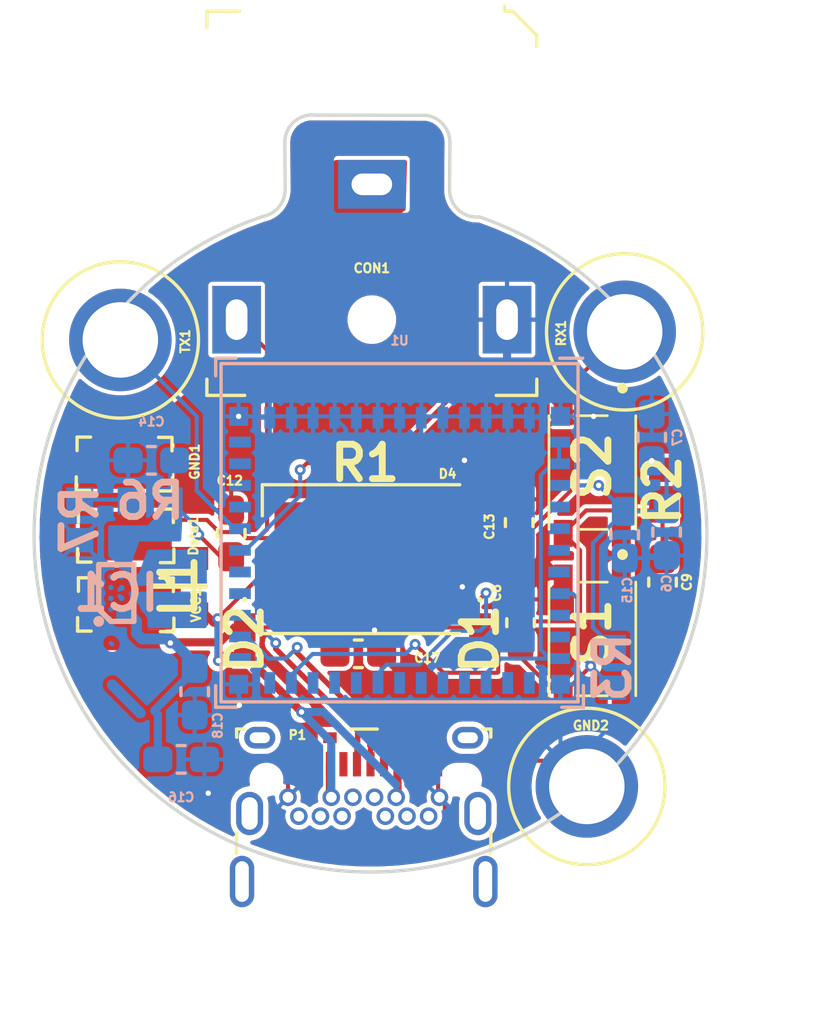
<source format=kicad_pcb>
(kicad_pcb (version 20221018) (generator pcbnew)
  (layers (0 "F.Cu" signal) (1 "In1.Cu" signal) (2 "In2.Cu" signal) (31 "B.Cu" signal) (34 "B.Paste" user) (35 "F.Paste" user) (36 "B.SilkS" user "B.Silkscreen") (37 "F.SilkS" user "F.Silkscreen") (38 "B.Mask" user) (39 "F.Mask" user) (44 "Edge.Cuts" user))
  (net 0 "")
  (net 1 "GND")
  (net 2 "EN")
  (net 3 "D9")
  (net 4 "VIN")
  (net 5 "D5")
  (net 6 "TX_D6")
  (net 7 "/ESP32C3_MCU/ESP_DP")
  (net 8 "/ESP32C3_MCU/ESP_DN")
  (net 9 "D8")
  (net 10 "D4")
  (net 11 "D3")
  (net 12 "D2")
  (net 13 "RX_D7")
  (net 14 "SW")
  (net 15 "L1")
  (net 16 "Net-(IC1-LX2)")
  (net 17 "Net-(IC1-FB)")
  (net 34 "5V")
  (net 37 "/Buck_Boost/V_Bat")
  (net 38 "D5_out")
  (net 39 "Net-(U1-GPIO20{slash}U0RXD)")
  (net 59 "Net-(U1-GND-Pad1)")
  (footprint "Capacitor_SMD:C_0603_1608Metric_Pad1.08x0.95mm_HandSolder" (layer "F.Cu") (at 121.85 55.7 90)
    (fp_text reference "C12" (at 1.95 -0.05 180) (layer "F.SilkS") (effects (font (size 0.33 0.33) (thickness 0.125))))
    (fp_text value "1uF")
    (pad "1" smd roundrect (at -0.8625 0 90) (size 1.075 0.95) (layers "F.Cu" "F.Paste" "F.Mask") (net 14 "SW"))
    (pad "2" smd roundrect (at 0.8625 0 90) (size 1.075 0.95) (layers "F.Cu" "F.Paste" "F.Mask") (net 1 "GND"))
  )
  (footprint "SamacSys_Parts:DFE2HCAH1R0MJ0L" (layer "F.Cu") (at 119.9 57.65 -90)
    (fp_text reference "L1" (at 0 0 90) (layer "F.SilkS") (effects (font (size 1.27 1.27) (thickness 0.254))))
    (fp_text value "DFE252012PD-1R0M=P2" hide)
    (pad "1" smd rect (at -1.025 0 270) (size 0.85 2.2) (layers "F.Cu" "F.Paste" "F.Mask") (net 15 "L1"))
    (pad "2" smd rect (at 1.025 0 270) (size 0.85 2.2) (layers "F.Cu" "F.Paste" "F.Mask") (net 16 "Net-(IC1-LX2)"))
  )
  (footprint "SamacSys_Parts:PTS815SJM250SMTRLFS" (layer "F.Cu") (at 135.2 53.45 -90)
    (fp_text reference "S2" (at -0.235 -0.005 -90) (layer "F.SilkS") (effects (font (size 1.27 1.27) (thickness 0.254))))
    (fp_text value "PTS815_SJM_250_SMTR_LFS" hide)
    (pad "1" smd rect (at -2.25 -1.075) (size 0.7 1) (layers "F.Cu" "F.Paste" "F.Mask"))
    (pad "2" smd rect (at 2.25 -1.075) (size 0.7 1) (layers "F.Cu" "F.Paste" "F.Mask"))
    (pad "3" smd rect (at -2.25 1.075) (size 0.7 1) (layers "F.Cu" "F.Paste" "F.Mask") (net 1 "GND"))
    (pad "4" smd rect (at 2.25 1.075) (size 0.7 1) (layers "F.Cu" "F.Paste" "F.Mask") (net 3 "D9"))
  )
  (footprint "digikey-footprints:Test-Point-Pin_Drill2.79mm" (layer "F.Cu") (at 136.4 48.25)
    (fp_text reference "RX1" (at -2.35 0.05 90) (layer "F.SilkS") (effects (font (size 0.33 0.33) (thickness 0.125))))
    (fp_text value "1508-0-57-15-00-00-03-0")
    (pad "1" thru_hole circle (at 0 0) (size 3.79 3.79) (drill 2.79) (layers "*.Cu" "*.Mask") (net 13 "RX_D7"))
  )
  (footprint "Capacitor_SMD:C_0603_1608Metric_Pad1.08x0.95mm_HandSolder" (layer "F.Cu") (at 132.5 55.3 90)
    (fp_text reference "C13" (at -0.15 -1.1 90) (layer "F.SilkS") (effects (font (size 0.33 0.33) (thickness 0.125))))
    (fp_text value "100nf")
    (pad "1" smd roundrect (at -0.8625 0 90) (size 1.075 0.95) (layers "F.Cu" "F.Paste" "F.Mask") (net 14 "SW"))
    (pad "2" smd roundrect (at 0.8625 0 90) (size 1.075 0.95) (layers "F.Cu" "F.Paste" "F.Mask") (net 1 "GND"))
  )
  (footprint "Capacitor_SMD:C_0603_1608Metric_Pad1.08x0.95mm_HandSolder" (layer "F.Cu") (at 137.8 57.5 90)
    (fp_text reference "C9" (at 0 0.9 270) (layer "F.SilkS") (effects (font (size 0.33 0.33) (thickness 0.125))))
    (fp_text value "100nf")
    (pad "1" smd roundrect (at -0.8625 0 90) (size 1.075 0.95) (layers "F.Cu" "F.Paste" "F.Mask") (net 1 "GND"))
    (pad "2" smd roundrect (at 0.8625 0 90) (size 1.075 0.95) (layers "F.Cu" "F.Paste" "F.Mask") (net 3 "D9"))
  )
  (footprint "SamacSys_Parts:PTS815SJM250SMTRLFS" (layer "F.Cu") (at 135.2 59.6 -90)
    (fp_text reference "S1" (at -0.235 -0.005 -90) (layer "F.SilkS") (effects (font (size 1.27 1.27) (thickness 0.254))))
    (fp_text value "PTS815_SJM_250_SMTR_LFS" hide)
    (pad "1" smd rect (at -2.25 -1.075) (size 0.7 1) (layers "F.Cu" "F.Paste" "F.Mask"))
    (pad "2" smd rect (at 2.25 -1.075) (size 0.7 1) (layers "F.Cu" "F.Paste" "F.Mask"))
    (pad "3" smd rect (at -2.25 1.075) (size 0.7 1) (layers "F.Cu" "F.Paste" "F.Mask") (net 1 "GND"))
    (pad "4" smd rect (at 2.25 1.075) (size 0.7 1) (layers "F.Cu" "F.Paste" "F.Mask") (net 2 "EN"))
  )
  (footprint "SamacSys_Parts:PMEG2020EPK315" (layer "F.Cu") (at 122.35 59.6 -90)
    (fp_text reference "D2" (at 0 0 -90) (layer "F.SilkS") (effects (font (size 1.27 1.27) (thickness 0.254))))
    (fp_text value "PMEG2020EPK,315" hide)
    (pad "1" smd rect (at -0.425 0) (size 0.8 1.05) (layers "F.Cu" "F.Paste" "F.Mask") (net 4 "VIN"))
    (pad "2" smd rect (at 0.625 0 270) (size 0.65 0.8) (layers "F.Cu" "F.Paste" "F.Mask") (net 34 "5V"))
  )
  (footprint "digikey-footprints:Headphone_Jack_3.5mm_SJ1-3523N" (layer "F.Cu") (at 127.05 47.8 -90)
    (fp_text reference "CON1" (at -1.9 0 -180) (layer "F.SilkS") (effects (font (size 0.33 0.33) (thickness 0.125))))
    (fp_text value "SJ1-3523N")
    (pad "" np_thru_hole circle (at -7.5 -5 270) (size 1.2 1.2) (drill 1.2) (layers "*.Cu" "*.Mask"))
    (pad "" np_thru_hole circle (at -7.5 5 270) (size 1.2 1.2) (drill 1.2) (layers "*.Cu" "*.Mask"))
    (pad "" np_thru_hole circle (at -5 -5 270) (size 1.2 1.2) (drill 1.2) (layers "*.Cu" "*.Mask"))
    (pad "" np_thru_hole circle (at -5 5 270) (size 1.2 1.2) (drill 1.2) (layers "*.Cu" "*.Mask"))
    (pad "" np_thru_hole circle (at 0 0 270) (size 1.2 1.2) (drill 1.2) (layers "*.Cu" "*.Mask"))
    (pad "1" thru_hole rect (at -5 0 270) (size 1.8 2.5) (drill oval 0.8 1.5) (layers "*.Cu" "*.Mask") (net 34 "5V"))
    (pad "2" thru_hole rect (at 0 5 270) (size 2.5 1.8) (drill oval 1.5 0.8) (layers "*.Cu" "*.Mask") (net 38 "D5_out"))
    (pad "3" thru_hole rect (at 0 -5 270) (size 2.5 1.8) (drill oval 1.5 0.8) (layers "*.Cu" "*.Mask") (net 1 "GND"))
  )
  (footprint "digikey-footprints:PROBE_PAD_1206" (layer "F.Cu") (at 117.9 53.15)
    (fp_text reference "GND1" (at 2.6 -0.1 90) (layer "F.SilkS") (effects (font (size 0.33 0.33) (thickness 0.125))))
    (fp_text value "RCW-0C")
    (pad "1" smd rect (at 0 0) (size 3.4 1.8) (layers "F.Cu" "F.Paste" "F.Mask") (net 1 "GND"))
  )
  (footprint "digikey-footprints:USB-C_Female_E8124-015-01" (layer "F.Cu") (at 126.75 64.23)
    (fp_text reference "P1" (at -2.45 -1.08) (layer "F.SilkS") (effects (font (size 0.33 0.33) (thickness 0.125))))
    (fp_text value "USB_C_Plug")
    (pad "" np_thru_hole circle (at -3.6 0.57) (size 0.65 0.65) (drill 0.65) (layers "*.Cu" "*.Mask"))
    (pad "" smd rect (at -1.25 -0.98) (size 0.5 0.4) (layers "F.Cu" "F.Paste" "F.Mask"))
    (pad "" smd rect (at 1.25 -0.98) (size 0.5 0.4) (layers "F.Cu" "F.Paste" "F.Mask"))
    (pad "" np_thru_hole oval (at 3.6 0.57) (size 0.95 0.65) (drill oval 0.95 0.65) (layers "*.Cu" "*.Mask"))
    (pad "A1" smd rect (at -2.75 0) (size 0.3 0.9) (layers "F.Cu" "F.Paste" "F.Mask") (net 1 "GND"))
    (pad "A2" smd rect (at -2.25 0) (size 0.3 0.9) (layers "F.Cu" "F.Paste" "F.Mask"))
    (pad "A3" smd rect (at -1.75 0) (size 0.3 0.9) (layers "F.Cu" "F.Paste" "F.Mask"))
    (pad "A4" smd rect (at -1.25 0) (size 0.3 0.9) (layers "F.Cu" "F.Paste" "F.Mask") (net 34 "5V"))
    (pad "A5" smd rect (at -0.75 0) (size 0.3 0.9) (layers "F.Cu" "F.Paste" "F.Mask"))
    (pad "A6" smd rect (at -0.25 0) (size 0.3 0.9) (layers "F.Cu" "F.Paste" "F.Mask") (net 7 "/ESP32C3_MCU/ESP_DP"))
    (pad "A7" smd rect (at 0.25 0) (size 0.3 0.9) (layers "F.Cu" "F.Paste" "F.Mask") (net 8 "/ESP32C3_MCU/ESP_DN"))
    (pad "A8" smd rect (at 0.75 0) (size 0.3 0.9) (layers "F.Cu" "F.Paste" "F.Mask"))
    (pad "A9" smd rect (at 1.25 0) (size 0.3 0.9) (layers "F.Cu" "F.Paste" "F.Mask") (net 34 "5V"))
    (pad "A10" smd rect (at 1.75 0) (size 0.3 0.9) (layers "F.Cu" "F.Paste" "F.Mask"))
    (pad "A11" smd rect (at 2.25 0) (size 0.3 0.9) (layers "F.Cu" "F.Paste" "F.Mask"))
    (pad "A12" smd rect (at 2.75 0) (size 0.3 0.9) (layers "F.Cu" "F.Paste" "F.Mask") (net 1 "GND"))
    (pad "B1" thru_hole circle (at 2.8 1.22) (size 0.65 0.65) (drill 0.4) (layers "*.Cu" "*.Mask") (net 1 "GND"))
    (pad "B2" thru_hole circle (at 2.4 1.92) (size 0.65 0.65) (drill 0.4) (layers "*.Cu" "*.Mask"))
    (pad "B3" thru_hole circle (at 1.6 1.92) (size 0.65 0.65) (drill 0.4) (layers "*.Cu" "*.Mask"))
    (pad "B4" thru_hole circle (at 1.2 1.22) (size 0.65 0.65) (drill 0.4) (layers "*.Cu" "*.Mask") (net 34 "5V"))
    (pad "B5" thru_hole circle (at 0.8 1.92) (size 0.65 0.65) (drill 0.4) (layers "*.Cu" "*.Mask"))
    (pad "B6" thru_hole circle (at 0.4 1.22) (size 0.65 0.65) (drill 0.4) (layers "*.Cu" "*.Mask"))
    (pad "B7" thru_hole circle (at -0.4 1.22) (size 0.65 0.65) (drill 0.4) (layers "*.Cu" "*.Mask"))
    (pad "B8" thru_hole circle (at -0.8 1.92) (size 0.65 0.65) (drill 0.4) (layers "*.Cu" "*.Mask"))
    (pad "B9" thru_hole circle (at -1.2 1.22) (size 0.65 0.65) (drill 0.4) (layers "*.Cu" "*.Mask") (net 34 "5V"))
    (pad "B10" thru_hole circle (at -1.6 1.92) (size 0.65 0.65) (drill 0.4) (layers "*.Cu" "*.Mask"))
    (pad "B11" thru_hole circle (at -2.4 1.92) (size 0.65 0.65) (drill 0.4) (layers "*.Cu" "*.Mask"))
    (pad "B12" thru_hole circle (at -2.8 1.22) (size 0.65 0.65) (drill 0.4) (layers "*.Cu" "*.Mask") (net 1 "GND"))
    (pad "SH" thru_hole oval (at -4.5 4.335) (size 0.9 1.9) (drill oval 0.5 1.5) (layers "*.Cu" "*.Mask"))
    (pad "SH" thru_hole oval (at -4.22 1.82) (size 1 1.6) (drill oval 0.6 1.2) (layers "*.Cu" "*.Mask"))
    (pad "SH" thru_hole oval (at -3.845 -0.98) (size 1.15 0.8) (drill oval 0.75 0.4) (layers "*.Cu" "*.Mask"))
    (pad "SH" thru_hole oval (at 3.845 -0.98) (size 1.15 0.8) (drill oval 0.75 0.4) (layers "*.Cu" "*.Mask"))
    (pad "SH" thru_hole oval (at 4.22 1.82) (size 1 1.6) (drill oval 0.6 1.2) (layers "*.Cu" "*.Mask"))
    (pad "SH" thru_hole oval (at 4.5 4.335) (size 0.9 1.9) (drill oval 0.5 1.5) (layers "*.Cu" "*.Mask"))
  )
  (footprint "digikey-footprints:Test-Point-Pin_Drill2.79mm" (layer "F.Cu") (at 135 65.05)
    (fp_text reference "GND2" (at 0.15 -2.25 180) (layer "F.SilkS") (effects (font (size 0.33 0.33) (thickness 0.125))))
    (fp_text value "1508-0-57-15-00-00-03-0")
    (pad "1" thru_hole circle (at 0 0) (size 3.79 3.79) (drill 2.79) (layers "*.Cu" "*.Mask") (net 1 "GND"))
  )
  (footprint "SamacSys_Parts:RESC1608X55N" (layer "F.Cu") (at 126.8 53.1 180)
    (fp_text reference "R1" (at 0 0 180) (layer "F.SilkS") (effects (font (size 1.27 1.27) (thickness 0.254))))
    (fp_text value "1" hide)
    (pad "1" smd rect (at -0.75 0 180) (size 0.9 1) (layers "F.Cu" "F.Paste" "F.Mask") (net 13 "RX_D7"))
    (pad "2" smd rect (at 0.75 0 180) (size 0.9 1) (layers "F.Cu" "F.Paste" "F.Mask") (net 39 "Net-(U1-GPIO20{slash}U0RXD)"))
  )
  (footprint "digikey-footprints:PROBE_PAD_1206" (layer "F.Cu") (at 117.95 58.35)
    (fp_text reference "VCC1" (at 2.6 0 90) (layer "F.SilkS") (effects (font (size 0.33 0.33) (thickness 0.125))))
    (fp_text value "RCW-0C")
    (pad "1" smd rect (at 0 0) (size 3.4 1.8) (layers "F.Cu" "F.Paste" "F.Mask") (net 34 "5V"))
  )
  (footprint "SamacSys_Parts:RESC1608X55N" (layer "F.Cu") (at 137.8 54.1 90)
    (fp_text reference "R2" (at 0 0 90) (layer "F.SilkS") (effects (font (size 1.27 1.27) (thickness 0.254))))
    (fp_text value "15k" hide)
    (pad "1" smd rect (at -0.75 0 90) (size 0.9 1) (layers "F.Cu" "F.Paste" "F.Mask") (net 3 "D9"))
    (pad "2" smd rect (at 0.75 0 90) (size 0.9 1) (layers "F.Cu" "F.Paste" "F.Mask") (net 14 "SW"))
  )
  (footprint "digikey-footprints:PROBE_PAD_1206" (layer "F.Cu") (at 117.95 55.8)
    (fp_text reference "Data1" (at 2.5 0 90) (layer "F.SilkS") (effects (font (size 0.33 0.33) (thickness 0.125))))
    (fp_text value "RCW-0C")
    (pad "1" smd rect (at 0 0) (size 3.4 1.8) (layers "F.Cu" "F.Paste" "F.Mask") (net 38 "D5_out"))
  )
  (footprint "Capacitor_SMD:C_0603_1608Metric_Pad1.08x0.95mm_HandSolder" (layer "F.Cu") (at 132.55 59 -90)
    (fp_text reference "C8" (at -1.1 0.9 90) (layer "F.SilkS") (effects (font (size 0.33 0.33) (thickness 0.125))))
    (fp_text value "100nf")
    (pad "1" smd roundrect (at -0.8625 0 270) (size 1.075 0.95) (layers "F.Cu" "F.Paste" "F.Mask") (net 1 "GND"))
    (pad "2" smd roundrect (at 0.8625 0 270) (size 1.075 0.95) (layers "F.Cu" "F.Paste" "F.Mask") (net 2 "EN"))
  )
  (footprint "Capacitor_SMD:C_0603_1608Metric_Pad1.08x0.95mm_HandSolder" (layer "F.Cu") (at 126.55 60.15 180)
    (fp_text reference "C17" (at -2.55 -0.15) (layer "F.SilkS") (effects (font (size 0.33 0.33) (thickness 0.125))))
    (fp_text value "1uF")
    (pad "1" smd roundrect (at -0.8625 0 180) (size 1.075 0.95) (layers "F.Cu" "F.Paste" "F.Mask") (net 1 "GND"))
    (pad "2" smd roundrect (at 0.8625 0 180) (size 1.075 0.95) (layers "F.Cu" "F.Paste" "F.Mask") (net 4 "VIN"))
  )
  (footprint "LED_SMD:LED_WS2812_PLCC6_5.0x5.0mm_P1.6mm" (layer "F.Cu") (at 126.65 56.65)
    (fp_text reference "D4" (at 3.2 -3.15) (layer "F.SilkS") (effects (font (size 0.33 0.33) (thickness 0.125))))
    (fp_text value "WS2813")
    (pad "1" smd rect (at -2.45 -1.6) (size 1.5 1) (layers "F.Cu" "F.Paste" "F.Mask"))
    (pad "2" smd rect (at -2.45 0) (size 1.5 1) (layers "F.Cu" "F.Paste" "F.Mask") (net 34 "5V"))
    (pad "3" smd rect (at -2.45 1.6) (size 1.5 1) (layers "F.Cu" "F.Paste" "F.Mask") (net 38 "D5_out"))
    (pad "4" smd rect (at 2.45 1.6) (size 1.5 1) (layers "F.Cu" "F.Paste" "F.Mask") (net 5 "D5"))
    (pad "5" smd rect (at 2.45 0) (size 1.5 1) (layers "F.Cu" "F.Paste" "F.Mask") (net 1 "GND"))
    (pad "6" smd rect (at 2.45 -1.6) (size 1.5 1) (layers "F.Cu" "F.Paste" "F.Mask"))
  )
  (footprint "digikey-footprints:Test-Point-Pin_Drill2.79mm" (layer "F.Cu") (at 117.75 48.55)
    (fp_text reference "TX1" (at 2.4 0.05 90) (layer "F.SilkS") (effects (font (size 0.33 0.33) (thickness 0.125))))
    (fp_text value "1508-0-57-15-00-00-03-0")
    (pad "1" thru_hole circle (at 0 0) (size 3.79 3.79) (drill 2.79) (layers "*.Cu" "*.Mask") (net 6 "TX_D6"))
  )
  (footprint "SamacSys_Parts:PMEG2020EPK315" (layer "F.Cu") (at 131.05 59.6 -90)
    (fp_text reference "D1" (at 0 0 -90) (layer "F.SilkS") (effects (font (size 1.27 1.27) (thickness 0.254))))
    (fp_text value "PMEG2020EPK,315" hide)
    (pad "1" smd rect (at -0.425 0) (size 0.8 1.05) (layers "F.Cu" "F.Paste" "F.Mask") (net 4 "VIN"))
    (pad "2" smd rect (at 0.625 0 270) (size 0.65 0.8) (layers "F.Cu" "F.Paste" "F.Mask") (net 37 "/Buck_Boost/V_Bat"))
  )
  (footprint "Capacitor_SMD:C_0603_1608Metric_Pad1.08x0.95mm_HandSolder" (layer "B.Cu") (at 137.4 52.15 -90)
    (fp_text reference "C7" (at 0 -0.95 90) (layer "B.SilkS") (effects (font (size 0.33 0.33) (thickness 0.125)) (justify mirror)))
    (fp_text value "100nf")
    (pad "1" smd roundrect (at -0.8625 0 270) (size 1.075 0.95) (layers "B.Cu" "B.Paste" "B.Mask") (net 1 "GND"))
    (pad "2" smd roundrect (at 0.8625 0 270) (size 1.075 0.95) (layers "B.Cu" "B.Paste" "B.Mask") (net 14 "SW"))
  )
  (footprint "Espressif:ESP32-C3-MINI-1U" (layer "B.Cu") (at 128.075 55.625 180)
    (fp_text reference "U1" (at 0 7.05) (layer "B.SilkS") (effects (font (size 0.33 0.33) (thickness 0.125)) (justify mirror)))
    (fp_text value "ESP32-C3-MINI-1")
    (pad "1" smd rect (at -5.9 3.3 90) (size 0.4 0.8) (layers "B.Cu" "B.Paste" "B.Mask") (net 59 "Net-(U1-GND-Pad1)"))
    (pad "2" smd rect (at -5.9 2.5 90) (size 0.4 0.8) (layers "B.Cu" "B.Paste" "B.Mask") (net 59 "Net-(U1-GND-Pad1)"))
    (pad "3" smd rect (at -5.9 1.7 90) (size 0.4 0.8) (layers "B.Cu" "B.Paste" "B.Mask") (net 14 "SW"))
    (pad "4" smd rect (at -5.9 0.9 90) (size 0.4 0.8) (layers "B.Cu" "B.Paste" "B.Mask"))
    (pad "5" smd rect (at -5.9 0.1 90) (size 0.4 0.8) (layers "B.Cu" "B.Paste" "B.Mask") (net 12 "D2"))
    (pad "6" smd rect (at -5.9 -0.7 90) (size 0.4 0.8) (layers "B.Cu" "B.Paste" "B.Mask") (net 11 "D3"))
    (pad "7" smd rect (at -5.9 -1.5 90) (size 0.4 0.8) (layers "B.Cu" "B.Paste" "B.Mask"))
    (pad "8" smd rect (at -5.9 -2.3 90) (size 0.4 0.8) (layers "B.Cu" "B.Paste" "B.Mask") (net 2 "EN"))
    (pad "9" smd rect (at -5.9 -3.1 90) (size 0.4 0.8) (layers "B.Cu" "B.Paste" "B.Mask"))
    (pad "10" smd rect (at -5.9 -3.9 90) (size 0.4 0.8) (layers "B.Cu" "B.Paste" "B.Mask"))
    (pad "11" smd rect (at -5.9 -4.7 90) (size 0.4 0.8) (layers "B.Cu" "B.Paste" "B.Mask") (net 59 "Net-(U1-GND-Pad1)"))
    (pad "12" smd rect (at -4.8 -5.6 180) (size 0.4 0.8) (layers "B.Cu" "B.Paste" "B.Mask"))
    (pad "13" smd rect (at -4 -5.6 180) (size 0.4 0.8) (layers "B.Cu" "B.Paste" "B.Mask"))
    (pad "14" smd rect (at -3.2 -5.6 180) (size 0.4 0.8) (layers "B.Cu" "B.Paste" "B.Mask") (net 59 "Net-(U1-GND-Pad1)"))
    (pad "15" smd rect (at -2.4 -5.6 180) (size 0.4 0.8) (layers "B.Cu" "B.Paste" "B.Mask"))
    (pad "16" smd rect (at -1.6 -5.6 180) (size 0.4 0.8) (layers "B.Cu" "B.Paste" "B.Mask"))
    (pad "17" smd rect (at -0.8 -5.6 180) (size 0.4 0.8) (layers "B.Cu" "B.Paste" "B.Mask"))
    (pad "18" smd rect (at 0 -5.6 180) (size 0.4 0.8) (layers "B.Cu" "B.Paste" "B.Mask") (net 10 "D4"))
    (pad "19" smd rect (at 0.8 -5.6 180) (size 0.4 0.8) (layers "B.Cu" "B.Paste" "B.Mask") (net 5 "D5"))
    (pad "20" smd rect (at 1.6 -5.6 180) (size 0.4 0.8) (layers "B.Cu" "B.Paste" "B.Mask"))
    (pad "21" smd rect (at 2.4 -5.6 180) (size 0.4 0.8) (layers "B.Cu" "B.Paste" "B.Mask"))
    (pad "22" smd rect (at 3.2 -5.6 180) (size 0.4 0.8) (layers "B.Cu" "B.Paste" "B.Mask") (net 9 "D8"))
    (pad "23" smd rect (at 4 -5.6 180) (size 0.4 0.8) (layers "B.Cu" "B.Paste" "B.Mask") (net 3 "D9"))
    (pad "24" smd rect (at 4.8 -5.6 180) (size 0.4 0.8) (layers "B.Cu" "B.Paste" "B.Mask"))
    (pad "25" smd rect (at 5.9 -4.7 90) (size 0.4 0.8) (layers "B.Cu" "B.Paste" "B.Mask"))
    (pad "26" smd rect (at 5.9 -3.9 90) (size 0.4 0.8) (layers "B.Cu" "B.Paste" "B.Mask") (net 8 "/ESP32C3_MCU/ESP_DN"))
    (pad "27" smd rect (at 5.9 -3.1 90) (size 0.4 0.8) (layers "B.Cu" "B.Paste" "B.Mask") (net 7 "/ESP32C3_MCU/ESP_DP"))
    (pad "28" smd rect (at 5.9 -2.3 90) (size 0.4 0.8) (layers "B.Cu" "B.Paste" "B.Mask"))
    (pad "29" smd rect (at 5.9 -1.5 90) (size 0.4 0.8) (layers "B.Cu" "B.Paste" "B.Mask"))
    (pad "30" smd rect (at 5.9 -0.7 90) (size 0.4 0.8) (layers "B.Cu" "B.Paste" "B.Mask") (net 39 "Net-(U1-GPIO20{slash}U0RXD)"))
    (pad "31" smd rect (at 5.9 0.1 90) (size 0.4 0.8) (layers "B.Cu" "B.Paste" "B.Mask") (net 6 "TX_D6"))
    (pad "32" smd rect (at 5.9 0.9 90) (size 0.4 0.8) (layers "B.Cu" "B.Paste" "B.Mask"))
    (pad "33" smd rect (at 5.9 1.7 90) (size 0.4 0.8) (layers "B.Cu" "B.Paste" "B.Mask"))
    (pad "34" smd rect (at 5.9 2.5 90) (size 0.4 0.8) (layers "B.Cu" "B.Paste" "B.Mask"))
    (pad "35" smd rect (at 5.9 3.3 90) (size 0.4 0.8) (layers "B.Cu" "B.Paste" "B.Mask"))
    (pad "36" smd rect (at 4.8 4.2 180) (size 0.4 0.8) (layers "B.Cu" "B.Paste" "B.Mask") (net 1 "GND"))
    (pad "37" smd rect (at 4 4.2 180) (size 0.4 0.8) (layers "B.Cu" "B.Paste" "B.Mask") (net 1 "GND"))
    (pad "38" smd rect (at 3.2 4.2 180) (size 0.4 0.8) (layers "B.Cu" "B.Paste" "B.Mask") (net 1 "GND"))
    (pad "39" smd rect (at 2.4 4.2 180) (size 0.4 0.8) (layers "B.Cu" "B.Paste" "B.Mask") (net 1 "GND"))
    (pad "40" smd rect (at 1.6 4.2 180) (size 0.4 0.8) (layers "B.Cu" "B.Paste" "B.Mask") (net 1 "GND"))
    (pad "41" smd rect (at 0.8 4.2 180) (size 0.4 0.8) (layers "B.Cu" "B.Paste" "B.Mask") (net 1 "GND"))
    (pad "42" smd rect (at 0 4.2 180) (size 0.4 0.8) (layers "B.Cu" "B.Paste" "B.Mask") (net 1 "GND"))
    (pad "43" smd rect (at -0.8 4.2 180) (size 0.4 0.8) (layers "B.Cu" "B.Paste" "B.Mask") (net 1 "GND"))
    (pad "44" smd rect (at -1.6 4.2 180) (size 0.4 0.8) (layers "B.Cu" "B.Paste" "B.Mask") (net 1 "GND"))
    (pad "45" smd rect (at -2.4 4.2 180) (size 0.4 0.8) (layers "B.Cu" "B.Paste" "B.Mask") (net 1 "GND"))
    (pad "46" smd rect (at -3.2 4.2 180) (size 0.4 0.8) (layers "B.Cu" "B.Paste" "B.Mask") (net 1 "GND"))
    (pad "47" smd rect (at -4 4.2 180) (size 0.4 0.8) (layers "B.Cu" "B.Paste" "B.Mask") (net 1 "GND"))
    (pad "48" smd rect (at -4.8 4.2 180) (size 0.4 0.8) (layers "B.Cu" "B.Paste" "B.Mask") (net 1 "GND"))
    (pad "49" smd rect (at -1.975 -2.675 90) (size 1.45 1.45) (layers "B.Cu" "B.Paste" "B.Mask") (net 1 "GND"))
    (pad "49" smd rect (at -1.975 -0.7 90) (size 1.45 1.45) (layers "B.Cu" "B.Paste" "B.Mask") (net 1 "GND"))
    (pad "49" smd custom (at -1.975 1.275 180) (size 0.8 0.8) (layers "B.Cu" "B.Paste" "B.Mask") (net 1 "GND") (options (clearance outline) (anchor rect)) (primitives (gr_poly (pts (xy 0.725 -0.725) (xy -0.725 -0.725) (xy -0.725 0.125) (xy -0.125 0.725) (xy 0.725 0.725)) (width 0) (fill yes))))
    (pad "49" smd rect (at 0 -2.675 90) (size 1.45 1.45) (layers "B.Cu" "B.Paste" "B.Mask") (net 1 "GND"))
    (pad "49" smd rect (at 0 -0.7 90) (size 1.45 1.45) (layers "B.Cu" "B.Paste" "B.Mask") (net 1 "GND"))
    (pad "49" smd rect (at 0 1.275 90) (size 1.45 1.45) (layers "B.Cu" "B.Paste" "B.Mask") (net 1 "GND"))
    (pad "49" smd rect (at 1.975 -2.675 90) (size 1.45 1.45) (layers "B.Cu" "B.Paste" "B.Mask") (net 1 "GND"))
    (pad "49" smd rect (at 1.975 -0.7 90) (size 1.45 1.45) (layers "B.Cu" "B.Paste" "B.Mask") (net 1 "GND"))
    (pad "49" smd rect (at 1.975 1.275 90) (size 1.45 1.45) (layers "B.Cu" "B.Paste" "B.Mask") (net 1 "GND"))
    (pad "50" smd rect (at 5.95 4.25 90) (size 0.7 0.7) (layers "B.Cu" "B.Paste" "B.Mask") (net 1 "GND"))
    (pad "51" smd rect (at 5.95 -5.65 90) (size 0.7 0.7) (layers "B.Cu" "B.Paste" "B.Mask") (net 1 "GND"))
    (pad "52" smd rect (at -5.95 -5.65 90) (size 0.7 0.7) (layers "B.Cu" "B.Paste" "B.Mask") (net 1 "GND"))
    (pad "53" smd rect (at -5.95 4.25 90) (size 0.7 0.7) (layers "B.Cu" "B.Paste" "B.Mask") (net 1 "GND"))
  )
  (footprint "Capacitor_SMD:C_0603_1608Metric_Pad1.08x0.95mm_HandSolder" (layer "B.Cu") (at 118.9 53 180)
    (fp_text reference "C14" (at 0 1.43) (layer "B.SilkS") (effects (font (size 0.33 0.33) (thickness 0.125)) (justify mirror)))
    (fp_text value "10uf")
    (pad "1" smd roundrect (at -0.8625 0 180) (size 1.075 0.95) (layers "B.Cu" "B.Paste" "B.Mask") (net 14 "SW"))
    (pad "2" smd roundrect (at 0.8625 0 180) (size 1.075 0.95) (layers "B.Cu" "B.Paste" "B.Mask") (net 1 "GND"))
  )
  (footprint "Capacitor_SMD:C_0603_1608Metric_Pad1.08x0.95mm_HandSolder" (layer "B.Cu") (at 120.5 61.55 90)
    (fp_text reference "C18" (at -1.25 0.85 90) (layer "B.SilkS") (effects (font (size 0.33 0.33) (thickness 0.125)) (justify mirror)))
    (fp_text value "100nf")
    (pad "1" smd roundrect (at -0.8625 0 90) (size 1.075 0.95) (layers "B.Cu" "B.Paste" "B.Mask") (net 1 "GND"))
    (pad "2" smd roundrect (at 0.8625 0 90) (size 1.075 0.95) (layers "B.Cu" "B.Paste" "B.Mask") (net 4 "VIN"))
  )
  (footprint "SamacSys_Parts:RESC1608X55N" (layer "B.Cu") (at 116.25 55.2 -90)
    (fp_text reference "R7" (at 0 0 90) (layer "B.SilkS") (effects (font (size 1.27 1.27) (thickness 0.254)) (justify mirror)))
    (fp_text value "91k" hide)
    (pad "1" smd rect (at -0.75 0 270) (size 0.9 1) (layers "B.Cu" "B.Paste" "B.Mask") (net 17 "Net-(IC1-FB)"))
    (pad "2" smd rect (at 0.75 0 270) (size 0.9 1) (layers "B.Cu" "B.Paste" "B.Mask") (net 1 "GND"))
  )
  (footprint "Capacitor_SMD:C_0603_1608Metric_Pad1.08x0.95mm_HandSolder" (layer "B.Cu") (at 137.95 55.65 90)
    (fp_text reference "C6" (at -1.9 0 90) (layer "B.SilkS") (effects (font (size 0.33 0.33) (thickness 0.125)) (justify mirror)))
    (fp_text value "1uF")
    (pad "1" smd roundrect (at -0.8625 0 90) (size 1.075 0.95) (layers "B.Cu" "B.Paste" "B.Mask") (net 1 "GND"))
    (pad "2" smd roundrect (at 0.8625 0 90) (size 1.075 0.95) (layers "B.Cu" "B.Paste" "B.Mask") (net 14 "SW"))
  )
  (footprint "Capacitor_SMD:C_0603_1608Metric_Pad1.08x0.95mm_HandSolder" (layer "B.Cu") (at 120 64.05 180)
    (fp_text reference "C16" (at 0 -1.4) (layer "B.SilkS") (effects (font (size 0.33 0.33) (thickness 0.125)) (justify mirror)))
    (fp_text value "10uf")
    (pad "1" smd roundrect (at -0.8625 0 180) (size 1.075 0.95) (layers "B.Cu" "B.Paste" "B.Mask") (net 1 "GND"))
    (pad "2" smd roundrect (at 0.8625 0 180) (size 1.075 0.95) (layers "B.Cu" "B.Paste" "B.Mask") (net 4 "VIN"))
  )
  (footprint "SamacSys_Parts:BGA8C40P2X4_86X176X50" (layer "B.Cu") (at 117.6 57.9)
    (fp_text reference "IC1" (at 0 0) (layer "B.SilkS") (effects (font (size 1.27 1.27) (thickness 0.254)) (justify mirror)))
    (fp_text value "TPS631010YBGR" hide)
    (pad "A1" smd circle (at -0.2 0.6 270) (size 0.2 0.2) (layers "B.Cu" "B.Paste" "B.Mask") (net 4 "VIN"))
    (pad "A2" smd circle (at 0.2 0.6 270) (size 0.2 0.2) (layers "B.Cu" "B.Paste" "B.Mask") (net 4 "VIN"))
    (pad "B1" smd circle (at -0.2 0.2 270) (size 0.2 0.2) (layers "B.Cu" "B.Paste" "B.Mask") (net 15 "L1"))
    (pad "B2" smd circle (at 0.2 0.2 270) (size 0.2 0.2) (layers "B.Cu" "B.Paste" "B.Mask") (net 1 "GND"))
    (pad "C1" smd circle (at -0.2 -0.2 270) (size 0.2 0.2) (layers "B.Cu" "B.Paste" "B.Mask") (net 16 "Net-(IC1-LX2)"))
    (pad "C2" smd circle (at 0.2 -0.2 270) (size 0.2 0.2) (layers "B.Cu" "B.Paste" "B.Mask") (net 1 "GND"))
    (pad "D1" smd circle (at -0.2 -0.6 270) (size 0.2 0.2) (layers "B.Cu" "B.Paste" "B.Mask") (net 14 "SW"))
    (pad "D2" smd circle (at 0.2 -0.6 270) (size 0.2 0.2) (layers "B.Cu" "B.Paste" "B.Mask") (net 17 "Net-(IC1-FB)"))
  )
  (footprint "SamacSys_Parts:RESC1608X55N" (layer "B.Cu") (at 135.95 60.65 90)
    (fp_text reference "R3" (at 0 0 270) (layer "B.SilkS") (effects (font (size 1.27 1.27) (thickness 0.254)) (justify mirror)))
    (fp_text value "15k" hide)
    (pad "1" smd rect (at -0.75 0 90) (size 0.9 1) (layers "B.Cu" "B.Paste" "B.Mask") (net 2 "EN"))
    (pad "2" smd rect (at 0.75 0 90) (size 0.9 1) (layers "B.Cu" "B.Paste" "B.Mask") (net 14 "SW"))
  )
  (footprint "Capacitor_SMD:C_0603_1608Metric_Pad1.08x0.95mm_HandSolder" (layer "B.Cu") (at 136.4 55.75 -90)
    (fp_text reference "C15" (at 2.05 -0.1 90) (layer "B.SilkS") (effects (font (size 0.33 0.33) (thickness 0.125)) (justify mirror)))
    (fp_text value "10uf")
    (pad "1" smd roundrect (at -0.8625 0 270) (size 1.075 0.95) (layers "B.Cu" "B.Paste" "B.Mask") (net 14 "SW"))
    (pad "2" smd roundrect (at 0.8625 0 270) (size 1.075 0.95) (layers "B.Cu" "B.Paste" "B.Mask") (net 1 "GND"))
  )
  (footprint "SamacSys_Parts:RESC1608X55N" (layer "B.Cu") (at 118.85 54.5 180)
    (fp_text reference "R6" (at 0 0) (layer "B.SilkS") (effects (font (size 1.27 1.27) (thickness 0.254)) (justify mirror)))
    (fp_text value "511k" hide)
    (pad "1" smd rect (at -0.75 0 180) (size 0.9 1) (layers "B.Cu" "B.Paste" "B.Mask") (net 14 "SW"))
    (pad "2" smd rect (at 0.75 0 180) (size 0.9 1) (layers "B.Cu" "B.Paste" "B.Mask") (net 17 "Net-(IC1-FB)"))
  )
  (gr_line (start 129.050001 40.25) (end 124.938771 40.240145) (stroke (width 0.125)) (layer "Edge.Cuts"))
  (gr_arc (start 129.050001 40.25) (mid 129.684296 40.584299) (end 129.938161 41.25485) (stroke (width 0.125)) (layer "Edge.Cuts"))
  (gr_arc (start 131.030634 44.00485) (mid 126.984717 68.212443) (end 122.998295 43.994981) (stroke (width 0.125)) (layer "Edge.Cuts"))
  (gr_line (start 123.844969 42.990144) (end 123.833784 41.240144) (stroke (width 0.125)) (layer "Edge.Cuts"))
  (gr_arc (start 123.844969 42.990144) (mid 123.6 43.65) (end 122.983784 43.990143) (stroke (width 0.125)) (layer "Edge.Cuts"))
  (gr_arc (start 131.030634 44.004847) (mid 130.256283 43.749999) (end 129.925647 43.00485) (stroke (width 0.125)) (layer "Edge.Cuts"))
  (gr_line (start 129.925647 43.00485) (end 129.936832 41.25485) (stroke (width 0.125)) (layer "Edge.Cuts"))
  (gr_arc (start 123.833784 41.240144) (mid 124.164419 40.494994) (end 124.938771 40.240145) (stroke (width 0.125)) (layer "Edge.Cuts"))
  (segment (start 117.45 59.8) (end 117.3995 59.7495) (width 0.15) (layer "B.Cu") (net 0))
  (segment (start 129.148529 67) (end 129.75 66.398529) (width 0.15) (layer "F.Cu") (net 1))
  (segment (start 120.1625 53.15) (end 117.9 53.15) (width 0.15) (layer "F.Cu") (net 1))
  (segment (start 129.5 63.85) (end 129.45 63.8) (width 0.15) (layer "F.Cu") (net 1))
  (segment (start 124 64.23) (end 124 63.215406) (width 0.15) (layer "F.Cu") (net 1))
  (segment (start 129.5 65.4) (end 129.5 64.23) (width 0.15) (layer "F.Cu") (net 1))
  (segment (start 130.74692 57.325) (end 131.7375 57.325) (width 0.15) (layer "F.Cu") (net 1))
  (segment (start 121.85 54.8375) (end 120.1625 53.15) (width 0.15) (layer "F.Cu") (net 1))
  (segment (start 124 63.215406) (end 122.834594 62.05) (width 0.15) (layer "F.Cu") (net 1))
  (segment (start 129.75 65.65) (end 129.55 65.45) (width 0.15) (layer "F.Cu") (net 1))
  (segment (start 123.95 64.28) (end 124 64.23) (width 0.15) (layer "F.Cu") (net 1))
  (segment (start 131.0625 56.65) (end 132.55 58.1375) (width 0.15) (layer "F.Cu") (net 1))
  (segment (start 122.834594 62.05) (end 122.15 62.05) (width 0.15) (layer "F.Cu") (net 1))
  (segment (start 133.3375 57.35) (end 132.55 58.1375) (width 0.15) (layer "F.Cu") (net 1))
  (segment (start 117.9 53.15) (end 120.35 53.15) (width 0.15) (layer "F.Cu") (net 1))
  (segment (start 132.5 54.4375) (end 131.9125 54.4375) (width 0.15) (layer "F.Cu") (net 1))
  (segment (start 129.1 56.65) (end 131.0625 56.65) (width 0.15) (layer "F.Cu") (net 1))
  (segment (start 129.5 62.2375) (end 127.4125 60.15) (width 0.3) (layer "F.Cu") (net 1))
  (segment (start 129.5 64.23) (end 129.63 64.1) (width 0.15) (layer "F.Cu") (net 1))
  (segment (start 127.15 59.2745) (end 127.4125 59.537) (width 0.3) (layer "F.Cu") (net 1))
  (segment (start 123.95 65.45) (end 123.95 64.28) (width 0.15) (layer "F.Cu") (net 1))
  (segment (start 133.551266 64.1) (end 134.501266 65.05) (width 0.15) (layer "F.Cu") (net 1))
  (segment (start 123.625 66.475) (end 124.15 67) (width 0.15) (layer "F.Cu") (net 1))
  (segment (start 134.125 51.2) (end 135.075 51.2) (width 0.15) (layer "F.Cu") (net 1))
  (segment (start 130.39642 57.6755) (end 130.74692 57.325) (width 0.15) (layer "F.Cu") (net 1))
  (segment (start 134.125 57.35) (end 133.3375 57.35) (width 0.15) (layer "F.Cu") (net 1))
  (segment (start 129.75 66.398529) (end 129.75 65.65) (width 0.15) (layer "F.Cu") (net 1))
  (segment (start 120.35 53.15) (end 122.125 51.375) (width 0.15) (layer "F.Cu") (net 1))
  (segment (start 131.7375 57.325) (end 132.55 58.1375) (width 0.15) (layer "F.Cu") (net 1))
  (segment (start 134.501266 65.05) (end 134.800645 64.805699) (width 0.15) (layer "F.Cu") (net 1))
  (segment (start 129.5 64.23) (end 129.5 62.2375) (width 0.3) (layer "F.Cu") (net 1))
  (segment (start 123.95 65.45) (end 123.625 65.775) (width 0.15) (layer "F.Cu") (net 1))
  (segment (start 124.15 67) (end 129.148529 67) (width 0.15) (layer "F.Cu") (net 1))
  (segment (start 129.55 65.45) (end 129.5 65.4) (width 0.15) (layer "F.Cu") (net 1))
  (segment (start 127.4125 60.15) (end 127.62 60.15) (width 0.15) (layer "F.Cu") (net 1))
  (segment (start 127.4125 59.537) (end 127.4125 60.15) (width 0.3) (layer "F.Cu") (net 1))
  (segment (start 131.9125 54.4375) (end 130.475 53) (width 0.15) (layer "F.Cu") (net 1))
  (segment (start 135.075 51.2) (end 135.25 51.375) (width 0.15) (layer "F.Cu") (net 1))
  (segment (start 129.63 64.1) (end 133.551266 64.1) (width 0.15) (layer "F.Cu") (net 1))
  (segment (start 123.625 65.775) (end 123.625 66.475) (width 0.15) (layer "F.Cu") (net 1))
  (via (at 130.475 53) (size 0.4) (drill 0.2) (layers "F.Cu" "B.Cu") (net 1))
  (via (at 135.25 51.375) (size 0.4) (drill 0.2) (layers "F.Cu" "B.Cu") (net 1))
  (via (at 122.15 62.05) (size 0.4) (drill 0.2) (layers "F.Cu" "B.Cu") (net 1))
  (via (at 127.15 59.2745) (size 0.4) (drill 0.2) (layers "F.Cu" "B.Cu") (net 1))
  (via (at 130.39642 57.6755) (size 0.4) (drill 0.2) (layers "F.Cu" "B.Cu") (net 1))
  (via (at 121 65.3) (size 0.4) (drill 0.2) (layers "F.Cu" "B.Cu") (net 1))
  (via (at 122.125 51.375) (size 0.4) (drill 0.2) (layers "F.Cu" "B.Cu") (net 1))
  (segment (start 130.05 54.35) (end 130.475 53.925) (width 0.15) (layer "B.Cu") (net 1))
  (segment (start 137.7625 60.910063) (end 137.739604 60.960396) (width 0.15) (layer "B.Cu") (net 1))
  (segment (start 134.025 64.030047) (end 134.800649 64.805696) (width 0.15) (layer "B.Cu") (net 1))
  (segment (start 126.1 54.35) (end 126.1 51.85) (width 0.15) (layer "B.Cu") (net 1))
  (segment (start 126.1 51.85) (end 125.675 51.425) (width 0.15) (layer "B.Cu") (net 1))
  (segment (start 137.3125 51.375) (end 137.4 51.2875) (width 0.15) (layer "B.Cu") (net 1))
  (segment (start 127.15 59.225) (end 128.075 58.3) (width 0.3) (layer "B.Cu") (net 1))
  (segment (start 126.1 58.3) (end 130.05 58.3) (width 0.15) (layer "B.Cu") (net 1))
  (segment (start 135.25 51.375) (end 137.3125 51.375) (width 0.15) (layer "B.Cu") (net 1))
  (segment (start 132.05 51.4) (end 132.075 51.425) (width 0.3) (layer "B.Cu") (net 1))
  (segment (start 130.475 53) (end 130.475 51.425) (width 0.15) (layer "B.Cu") (net 1))
  (segment (start 134.025 61.275) (end 134.025 64.030047) (width 0.15) (layer "B.Cu") (net 1))
  (segment (start 137.739604 60.960396) (end 134.801742 63.898258) (width 0.15) (layer "B.Cu") (net 1))
  (segment (start 130.05 56.325) (end 130.05 54.35) (width 0.15) (layer "B.Cu") (net 1))
  (segment (start 126.1 58.3) (end 126.1 54.35) (width 0.15) (layer "B.Cu") (net 1))
  (segment (start 136.4 56.6125) (end 137.85 56.6125) (width 0.15) (layer "B.Cu") (net 1))
  (segment (start 134.025 51.375) (end 135.25 51.375) (width 0.15) (layer "B.Cu") (net 1))
  (segment (start 128.075 54.35) (end 128.075 58.3) (width 0.15) (layer "B.Cu") (net 1))
  (segment (start 120.45 63.75) (end 120.45 64.0625) (width 0.15) (layer "B.Cu") (net 1))
  (segment (start 126.1 56.325) (end 130.05 56.325) (width 0.15) (layer "B.Cu") (net 1))
  (segment (start 122.15 61.3) (end 122.125 61.275) (width 0.15) (layer "B.Cu") (net 1))
  (segment (start 126.1 54.35) (end 130.05 54.35) (width 0.15) (layer "B.Cu") (net 1))
  (segment (start 137.85 56.6125) (end 137.95 56.5125) (width 0.15) (layer "B.Cu") (net 1))
  (segment (start 134.801742 63.898258) (end 134.801742 64.804804) (width 0.15) (layer "B.Cu") (net 1))
  (segment (start 122.125 51.375) (end 134.025 51.375) (width 0.15) (layer "B.Cu") (net 1))
  (segment (start 122.15 62.05) (end 122.15 61.3) (width 0.15) (layer "B.Cu") (net 1))
  (segment (start 130.475 53.925) (end 130.475 53) (width 0.15) (layer "B.Cu") (net 1))
  (segment (start 137.95 58.0625) (end 137.7625 58.25) (width 0.15) (layer "B.Cu") (net 1))
  (segment (start 130.05 58.3) (end 130.05 56.325) (width 0.15) (layer "B.Cu") (net 1))
  (segment (start 128.075 54.35) (end 128.075 51.425) (width 0.15) (layer "B.Cu") (net 1))
  (segment (start 127.15 59.2745) (end 127.15 59.225) (width 0.15) (layer "B.Cu") (net 1))
  (segment (start 132.05 47.8) (end 132.05 51.4) (width 0.3) (layer "B.Cu") (net 1))
  (segment (start 132.55 60.275) (end 134.125 61.85) (width 0.15) (layer "F.Cu") (net 2))
  (segment (start 134.125 61.85) (end 134.125 61.623849) (width 0.15) (layer "F.Cu") (net 2))
  (segment (start 134.125 61.623849) (end 135.143094 60.605755) (width 0.15) (layer "F.Cu") (net 2))
  (segment (start 132.55 59.8625) (end 132.55 60.275) (width 0.15) (layer "F.Cu") (net 2))
  (via (at 135.143094 60.605755) (size 0.4) (drill 0.2) (layers "F.Cu" "B.Cu") (net 2))
  (segment (start 134.65 60.1) (end 134.65 58.1) (width 0.15) (layer "B.Cu") (net 2))
  (segment (start 134.65 58.1) (end 134.475 57.925) (width 0.15) (layer "B.Cu") (net 2))
  (segment (start 134.475 57.925) (end 133.975 57.925) (width 0.15) (layer "B.Cu") (net 2))
  (segment (start 135.95 61.4) (end 134.65 60.1) (width 0.15) (layer "B.Cu") (net 2))
  (segment (start 128.65 59.8) (end 129.7 60.85) (width 0.15) (layer "F.Cu") (net 3))
  (segment (start 131.7 60.85) (end 131.725 60.825) (width 0.15) (layer "F.Cu") (net 3))
  (segment (start 131.725 59.275) (end 132.05 58.95) (width 0.15) (layer "F.Cu") (net 3))
  (segment (start 137.8 54.85) (end 134.975 54.85) (width 0.15) (layer "F.Cu") (net 3))
  (segment (start 134.75 56.325) (end 134.125 55.7) (width 0.15) (layer "F.Cu") (net 3))
  (segment (start 134.75 58.95) (end 134.75 56.325) (width 0.15) (layer "F.Cu") (net 3))
  (segment (start 137.8 54.85) (end 137.8 56.6375) (width 0.15) (layer "F.Cu") (net 3))
  (segment (start 131.725 60.825) (end 131.725 59.275) (width 0.15) (layer "F.Cu") (net 3))
  (segment (start 134.975 54.85) (end 134.125 55.7) (width 0.15) (layer "F.Cu") (net 3))
  (segment (start 129.7 60.85) (end 131.7 60.85) (width 0.15) (layer "F.Cu") (net 3))
  (segment (start 132.05 58.95) (end 134.75 58.95) (width 0.15) (layer "F.Cu") (net 3))
  (via (at 128.65 59.8) (size 0.4) (drill 0.2) (layers "F.Cu" "B.Cu") (net 3))
  (segment (start 124.857273 60.1559) (end 124.075 60.938173) (width 0.15) (layer "B.Cu") (net 3))
  (segment (start 128.65 59.8) (end 128.2941 60.1559) (width 0.15) (layer "B.Cu") (net 3))
  (segment (start 128.2941 60.1559) (end 124.857273 60.1559) (width 0.15) (layer "B.Cu") (net 3))
  (segment (start 124.075 60.938173) (end 124.075 61.225) (width 0.15) (layer "B.Cu") (net 3))
  (segment (start 124.7125 59.175) (end 125.6875 60.15) (width 0.15) (layer "F.Cu") (net 4))
  (segment (start 121.975 59.175) (end 122.35 59.175) (width 0.3) (layer "F.Cu") (net 4))
  (segment (start 125.6875 60.15) (end 125.6875 59.6625) (width 0.15) (layer "F.Cu") (net 4))
  (segment (start 126.65 58.7) (end 127.75 58.7) (width 0.15) (layer "F.Cu") (net 4))
  (segment (start 121.425 59.725) (end 121.975 59.175) (width 0.3) (layer "F.Cu") (net 4))
  (segment (start 127.75 58.7) (end 128.225 59.175) (width 0.15) (layer "F.Cu") (net 4))
  (segment (start 119.6 59.749502) (end 119.624502 59.725) (width 0.3) (layer "F.Cu") (net 4))
  (segment (start 125.6875 59.6625) (end 126.65 58.7) (width 0.15) (layer "F.Cu") (net 4))
  (segment (start 122.35 59.175) (end 124.7125 59.175) (width 0.15) (layer "F.Cu") (net 4))
  (segment (start 119.624502 59.725) (end 121.425 59.725) (width 0.3) (layer "F.Cu") (net 4))
  (segment (start 128.225 59.175) (end 131.05 59.175) (width 0.15) (layer "F.Cu") (net 4))
  (via (at 119.6 59.749502) (size 0.4) (drill 0.2) (layers "F.Cu" "B.Cu") (net 4))
  (segment (start 118.55 59.6) (end 118.35 59.4) (width 0.4) (layer "B.Cu") (net 4))
  (segment (start 119.1375 62.3875) (end 119 62.25) (width 0.3) (layer "B.Cu") (net 4))
  (segment (start 118.35 59.4) (end 118.35 58.95) (width 0.4) (layer "B.Cu") (net 4))
  (segment (start 120.5 60.75) (end 120.5 60.6875) (width 0.3) (layer "B.Cu") (net 4))
  (segment (start 118.35 58.95) (end 117.95 58.55) (width 0.4) (layer "B.Cu") (net 4))
  (segment (start 117.95 58.55) (end 117.926 58.55) (width 0.4) (layer "B.Cu") (net 4))
  (segment (start 117.45 61.3) (end 118.4875 62.3375) (width 0.4) (layer "B.Cu") (net 4))
  (segment (start 120.45 60.45) (end 119.6 59.6) (width 0.4) (layer "B.Cu") (net 4))
  (segment (start 119.6 59.6) (end 118.55 59.6) (width 0.4) (layer "B.Cu") (net 4))
  (segment (start 119.1375 64.05) (end 119.1375 62.3875) (width 0.3) (layer "B.Cu") (net 4))
  (segment (start 119 62.25) (end 120.5 60.75) (width 0.3) (layer "B.Cu") (net 4))
  (segment (start 131.274502 57.9) (end 130.924502 58.25) (width 0.15) (layer "F.Cu") (net 5))
  (segment (start 130.924502 58.25) (end 129.1 58.25) (width 0.15) (layer "F.Cu") (net 5))
  (via (at 131.274502 57.9) (size 0.4) (drill 0.2) (layers "F.Cu" "B.Cu") (net 5))
  (segment (start 131.05 59.3) (end 130.05 59.3) (width 0.15) (layer "B.Cu") (net 5))
  (segment (start 131.274502 57.9) (end 131.274502 59.075498) (width 0.15) (layer "B.Cu") (net 5))
  (segment (start 127.275 60.875) (end 127.275 61.225) (width 0.15) (layer "B.Cu") (net 5))
  (segment (start 128.8 60.55) (end 127.6 60.55) (width 0.15) (layer "B.Cu") (net 5))
  (segment (start 127.6 60.55) (end 127.275 60.875) (width 0.15) (layer "B.Cu") (net 5))
  (segment (start 131.274502 59.075498) (end 131.05 59.3) (width 0.15) (layer "B.Cu") (net 5))
  (segment (start 130.05 59.3) (end 128.8 60.55) (width 0.15) (layer "B.Cu") (net 5))
  (segment (start 120.575 54.125) (end 120.575 51.375) (width 0.15) (layer "B.Cu") (net 6))
  (segment (start 120.575 51.375) (end 117.75 48.55) (width 0.15) (layer "B.Cu") (net 6))
  (segment (start 121.975 55.525) (end 120.575 54.125) (width 0.15) (layer "B.Cu") (net 6))
  (segment (start 122.175 55.525) (end 121.975 55.525) (width 0.15) (layer "B.Cu") (net 6))
  (segment (start 126.525 63.529999) (end 126.5 63.554999) (width 0.2) (layer "F.Cu") (net 7))
  (segment (start 123.496043 59.964243) (end 126.525 62.9932) (width 0.2) (layer "F.Cu") (net 7))
  (segment (start 126.5 63.554999) (end 126.5 64.23) (width 0.2) (layer "F.Cu") (net 7))
  (segment (start 123.496043 59.7495) (end 123.496043 59.964243) (width 0.2) (layer "F.Cu") (net 7))
  (segment (start 126.525 62.9932) (end 126.525 63.529999) (width 0.2) (layer "F.Cu") (net 7))
  (via (at 123.496043 59.7495) (size 0.4) (drill 0.2) (layers "F.Cu" "B.Cu") (net 7))
  (segment (start 122.175 58.725) (end 122.471543 58.725) (width 0.15) (layer "B.Cu") (net 7))
  (segment (start 122.471543 58.725) (end 123.496043 59.7495) (width 0.15) (layer "B.Cu") (net 7))
  (segment (start 127 63.554999) (end 127 64.23) (width 0.2) (layer "F.Cu") (net 8))
  (segment (start 126.975 62.8068) (end 126.975 63.529999) (width 0.2) (layer "F.Cu") (net 8))
  (segment (start 126.975 63.529999) (end 127 63.554999) (width 0.2) (layer "F.Cu") (net 8))
  (segment (start 124.2191 60.0509) (end 126.975 62.8068) (width 0.2) (layer "F.Cu") (net 8))
  (via (at 124.290164 59.910542) (size 0.4) (drill 0.2) (layers "F.Cu" "B.Cu") (net 8))
  (segment (start 122.425 59.525) (end 122.175 59.525) (width 0.15) (layer "B.Cu") (net 8))
  (segment (start 123.876206 60.3245) (end 123.2245 60.3245) (width 0.15) (layer "B.Cu") (net 8))
  (segment (start 123.2245 60.3245) (end 122.425 59.525) (width 0.15) (layer "B.Cu") (net 8))
  (segment (start 124.290164 59.910542) (end 123.876206 60.3245) (width 0.15) (layer "B.Cu") (net 8))
  (segment (start 134.199855 50.425) (end 136.284154 48.340701) (width 0.15) (layer "F.Cu") (net 13))
  (segment (start 130.225 50.425) (end 134.199855 50.425) (width 0.15) (layer "F.Cu") (net 13))
  (segment (start 127.55 53.1) (end 130.225 50.425) (width 0.15) (layer "F.Cu") (net 13))
  (segment (start 121.4625 56.5625) (end 121.85 56.5625) (width 0.15) (layer "F.Cu") (net 14))
  (segment (start 132.5 56.025) (end 134.6 53.925) (width 0.15) (layer "F.Cu") (net 14))
  (segment (start 120.65 55.75) (end 121.4625 56.5625) (width 0.15) (layer "F.Cu") (net 14))
  (segment (start 137.7375 53.35) (end 137.4 53.0125) (width 0.3) (layer "F.Cu") (net 14))
  (segment (start 137.8 53.35) (end 137.7375 53.35) (width 0.3) (layer "F.Cu") (net 14))
  (segment (start 134.6 53.925) (end 135.4375 53.925) (width 0.15) (layer "F.Cu") (net 14))
  (segment (start 132.5 56.1625) (end 132.5 56.025) (width 0.15) (layer "F.Cu") (net 14))
  (via (at 137.4 53.0125) (size 0.4) (drill 0.2) (layers "F.Cu" "B.Cu") (net 14))
  (via (at 135.4375 53.925) (size 0.4) (drill 0.2) (layers "F.Cu" "B.Cu") (net 14))
  (via (at 120.65 55.75) (size 0.4) (drill 0.2) (layers "F.Cu" "B.Cu") (net 14))
  (segment (start 137.4 53.0125) (end 137.3375 52.95) (width 0.15) (layer "B.Cu") (net 14))
  (segment (start 135.95 59.9) (end 135.225 59.175) (width 0.15) (layer "B.Cu") (net 14))
  (segment (start 135.225 59.175) (end 135.225 56.0625) (width 0.15) (layer "B.Cu") (net 14))
  (segment (start 137.95 53.5625) (end 137.4 53.0125) (width 0.15) (layer "B.Cu") (net 14))
  (segment (start 135.225 56.0625) (end 136.4 54.8875) (width 0.15) (layer "B.Cu") (net 14))
  (segment (start 119.6 54.5) (end 119.6 53.1625) (width 0.15) (layer "B.Cu") (net 14))
  (segment (start 136.4 54.8875) (end 137.85 54.8875) (width 0.15) (layer "B.Cu") (net 14))
  (segment (start 119.6 53.1625) (end 119.7625 53) (width 0.15) (layer "B.Cu") (net 14))
  (segment (start 136.4 54.8875) (end 135.4375 53.925) (width 0.15) (layer "B.Cu") (net 14))
  (segment (start 119.6 54.5) (end 120.65 55.55) (width 0.15) (layer "B.Cu") (net 14))
  (segment (start 137.95 54.7875) (end 137.95 53.5625) (width 0.15) (layer "B.Cu") (net 14))
  (segment (start 120.65 55.55) (end 120.65 55.75) (width 0.15) (layer "B.Cu") (net 14))
  (segment (start 137.85 54.8875) (end 137.95 54.7875) (width 0.15) (layer "B.Cu") (net 14))
  (segment (start 135.4375 53.925) (end 133.975 53.925) (width 0.15) (layer "B.Cu") (net 14))
  (segment (start 118.05 54.45) (end 118.1 54.5) (width 0.15) (layer "B.Cu") (net 17))
  (segment (start 116.25 54.45) (end 118.05 54.45) (width 0.15) (layer "B.Cu") (net 17))
  (segment (start 125.45 63.8) (end 125.5 63.85) (width 0.15) (layer "F.Cu") (net 34))
  (segment (start 115.85 51.9) (end 115.85 53.25) (width 0.3) (layer "F.Cu") (net 34))
  (segment (start 117.95 58.35) (end 120.55 58.35) (width 0.3) (layer "F.Cu") (net 34))
  (segment (start 123.55 56.65) (end 121.35 58.85) (width 0.15) (layer "F.Cu") (net 34))
  (segment (start 115.5 56.7) (end 117.15 58.35) (width 0.3) (layer "F.Cu") (net 34))
  (segment (start 115.5 53.6) (end 115.5 56.7) (width 0.3) (layer "F.Cu") (net 34))
  (segment (start 121.550498 60.225) (end 121.375498 60.4) (width 0.3) (layer "F.Cu") (net 34))
  (segment (start 127.95 63.8) (end 127.9 63.85) (width 0.15) (layer "F.Cu") (net 34))
  (segment (start 122.35 60.225) (end 121.550498 60.225) (width 0.3) (layer "F.Cu") (net 34))
  (segment (start 117.6 51.9) (end 115.85 51.9) (width 0.3) (layer "F.Cu") (net 34))
  (segment (start 124.45 45.4) (end 121.39299 45.4) (width 0.3) (layer "F.Cu") (net 34))
  (segment (start 124.45 62.3) (end 122.375 60.225) (width 0.3) (layer "F.Cu") (net 34))
  (segment (start 128 64.23) (end 128 65.4) (width 0.3) (layer "F.Cu") (net 34))
  (segment (start 120.55 58.35) (end 121.2 59) (width 0.3) (layer "F.Cu") (net 34))
  (segment (start 125.5 64.23) (end 125.5 65.4) (width 0.3) (layer "F.Cu") (net 34))
  (segment (start 127.05 42.8) (end 124.45 45.4) (width 0.3) (layer "F.Cu") (net 34))
  (segment (start 124.2 56.65) (end 123.55 56.65) (width 0.15) (layer "F.Cu") (net 34))
  (segment (start 121.39299 45.4) (end 119.995 46.79799) (width 0.3) (layer "F.Cu") (net 34))
  (segment (start 119.995 46.79799) (end 119.995 49.505) (width 0.3) (layer "F.Cu") (net 34))
  (segment (start 122.375 60.225) (end 122.35 60.225) (width 0.15) (layer "F.Cu") (net 34))
  (segment (start 121.35 58.85) (end 121.2 59) (width 0.15) (layer "F.Cu") (net 34))
  (segment (start 125.5 65.4) (end 125.55 65.45) (width 0.3) (layer "F.Cu") (net 34))
  (segment (start 128 65.4) (end 127.95 65.45) (width 0.3) (layer "F.Cu") (net 34))
  (segment (start 119.995 49.505) (end 117.6 51.9) (width 0.3) (layer "F.Cu") (net 34))
  (segment (start 115.85 53.25) (end 115.5 53.6) (width 0.3) (layer "F.Cu") (net 34))
  (segment (start 117.15 58.35) (end 117.95 58.35) (width 0.3) (layer "F.Cu") (net 34))
  (via (at 121.375498 60.4) (size 0.4) (drill 0.2) (layers "F.Cu" "B.Cu") (net 34))
  (via (at 121.35 58.85) (size 0.4) (drill 0.2) (layers "F.Cu" "B.Cu") (net 34))
  (via (at 124.45 62.3) (size 0.4) (drill 0.2) (layers "F.Cu" "B.Cu") (net 34))
  (segment (start 121.375498 60.4) (end 121.375498 58.875498) (width 0.3) (layer "B.Cu") (net 34))
  (segment (start 121.375498 58.875498) (end 121.35 58.85) (width 0.3) (layer "B.Cu") (net 34))
  (segment (start 127.95 64.990381) (end 125.259619 62.3) (width 0.3) (layer "B.Cu") (net 34))
  (segment (start 125.259619 62.3) (end 124.45 62.3) (width 0.3) (layer "B.Cu") (net 34))
  (segment (start 124.45 62.3) (end 125.55 63.4) (width 0.3) (layer "B.Cu") (net 34))
  (segment (start 127.95 65.45) (end 127.95 64.990381) (width 0.15) (layer "B.Cu") (net 34))
  (segment (start 125.55 63.4) (end 125.55 65.45) (width 0.3) (layer "B.Cu") (net 34))
  (segment (start 125.425 55.875) (end 125.7 56.15) (width 0.15) (layer "F.Cu") (net 38))
  (segment (start 120.950216 55.2) (end 121.400216 55.65) (width 0.15) (layer "F.Cu") (net 38))
  (segment (start 118.55 55.2) (end 120.950216 55.2) (width 0.15) (layer "F.Cu") (net 38))
  (segment (start 122.85 55.875) (end 123.175 55.55) (width 0.15) (layer "F.Cu") (net 38))
  (segment (start 123.175 55.55) (end 123.175 48.925) (width 0.15) (layer "F.Cu") (net 38))
  (segment (start 123.175 48.925) (end 122.05 47.8) (width 0.15) (layer "F.Cu") (net 38))
  (segment (start 125.05 58.25) (end 124.2 58.25) (width 0.15) (layer "F.Cu") (net 38))
  (segment (start 121.400216 55.65) (end 122.199784 55.65) (width 0.15) (layer "F.Cu") (net 38))
  (segment (start 122.199784 55.65) (end 122.424784 55.875) (width 0.15) (layer "F.Cu") (net 38))
  (segment (start 122.424784 55.875) (end 122.7 55.875) (width 0.15) (layer "F.Cu") (net 38))
  (segment (start 122.424784 55.875) (end 122.85 55.875) (width 0.15) (layer "F.Cu") (net 38))
  (segment (start 117.95 55.8) (end 118.55 55.2) (width 0.15) (layer "F.Cu") (net 38))
  (segment (start 122.7 55.875) (end 125.425 55.875) (width 0.15) (layer "F.Cu") (net 38))
  (segment (start 125.7 57.6) (end 125.05 58.25) (width 0.15) (layer "F.Cu") (net 38))
  (segment (start 125.7 56.15) (end 125.7 57.6) (width 0.15) (layer "F.Cu") (net 38))
  (segment (start 124.4 53.35) (end 124.65 53.1) (width 0.15) (layer "F.Cu") (net 39))
  (segment (start 124.65 53.1) (end 126.05 53.1) (width 0.15) (layer "F.Cu") (net 39))
  (via (at 124.4 53.35) (size 0.4) (drill 0.2) (layers "F.Cu" "B.Cu") (net 39))
  (segment (start 122.375 56.325) (end 124.4 54.3) (width 0.15) (layer "B.Cu") (net 39))
  (segment (start 122.175 56.325) (end 122.375 56.325) (width 0.15) (layer "B.Cu") (net 39))
  (segment (start 124.4 54.3) (end 124.4 53.35) (width 0.15) (layer "B.Cu") (net 39))
  (segment (start 133.975 60.325) (end 131.825 60.325) (width 0.15) (layer "B.Cu") (net 59))
  (segment (start 133.975 53.125) (end 133.975 52.325) (width 0.15) (layer "B.Cu") (net 59))
  (segment (start 131.275 60.875) (end 131.275 61.225) (width 0.15) (layer "B.Cu") (net 59))
  (segment (start 133.3 60) (end 133.3 53.55) (width 0.15) (layer "B.Cu") (net 59))
  (segment (start 133.725 53.125) (end 133.975 53.125) (width 0.15) (layer "B.Cu") (net 59))
  (segment (start 133.975 60.325) (end 133.625 60.325) (width 0.15) (layer "B.Cu") (net 59))
  (segment (start 131.825 60.325) (end 131.275 60.875) (width 0.15) (layer "B.Cu") (net 59))
  (segment (start 133.3 53.55) (end 133.725 53.125) (width 0.15) (layer "B.Cu") (net 59))
  (segment (start 133.625 60.325) (end 133.3 60) (width 0.15) (layer "B.Cu") (net 59))
  (zone (net 34) (net_name "5V") (layer "F.Cu") (priority 1) (connect_pads yes (clearance 0.15)) (min_thickness 0.15) (fill yes (thermal_gap 0.15) (thermal_bridge_width 0.15))
    (polygon (pts (xy 128.35 41.9) (xy 128.3 43.75) (xy 124.65 46.25) (xy 121.1 46.4) (xy 121.05 49.55) (xy 118.15 52.05) (xy 116.2 52.05) (xy 116.2 57) (xy 120 56.9) (xy 119.95 60.05) (xy 116 60) (xy 115.1 56.7) (xy 115.15 53.9) (xy 115.65 51.75) (xy 116 51.15) (xy 119.5 48.05) (xy 119.55 46.25) (xy 121.95 44.6) (xy 125.7 41.9)))
  )
  (zone (net 1) (net_name "GND") (layers "F&B.Cu") (name "GND_FULL") (connect_pads (clearance 0.15)) (min_thickness 0.15) (fill yes (thermal_gap 0.15) (thermal_bridge_width 0.15))
    (polygon (pts (xy 113.4 37.3) (xy 113.3 70.25) (xy 144.3 70.65) (xy 143.5 37.65)))
  )
  (zone (net 0) (net_name "") (layer "B.Cu") (priority 2) (connect_pads yes (clearance 0.15)) (min_thickness 0.15) (fill yes (thermal_gap 0.15) (thermal_bridge_width 0.15))
    (polygon (pts (xy 117.7 57.35) (xy 118.15 57.35) (xy 118.45 57.15) (xy 118.75 56.3) (xy 120.95 56.3) (xy 120.95 57.6) (xy 117.7 57.65)))
  )
  (zone (net 4) (net_name "VIN") (layer "B.Cu") (name "VIN") (priority 2) (connect_pads yes (clearance 0.15)) (min_thickness 0.15) (fill yes (thermal_gap 0.15) (thermal_bridge_width 0.15) (island_removal_mode 1) (island_area_min 10))
    (polygon (pts (xy 117.6 58.35) (xy 117.6 59) (xy 118.35 59) (xy 118.35 58.35)))
  )
  (zone (net 14) (net_name "SW") (layer "B.Cu") (priority 2) (connect_pads yes (clearance 0.15)) (min_thickness 0.15) (fill yes (thermal_gap 0.15) (thermal_bridge_width 0.15))
    (polygon (pts (xy 117.7 57.15) (xy 117.7 56.85) (xy 117.3 56.55) (xy 117.3 55.4) (xy 118.75 55.4) (xy 119.15 55) (xy 119.15 54) (xy 120.05 54) (xy 120.05 55) (xy 120 56) (xy 118.45 56) (xy 118.15 56.85) (xy 118.15 57.15)))
  )
  (zone (net 0) (net_name "") (layer "B.Cu") (priority 2) (connect_pads yes (clearance 0.15)) (min_thickness 0.15) (fill yes (thermal_gap 0.15) (thermal_bridge_width 0.15))
    (polygon (pts (xy 117.7 57.85) (xy 117.7 58.15) (xy 118.2 58.15) (xy 118.45 58.35) (xy 118.75 59.2) (xy 120.95 59.2) (xy 120.95 57.85) (xy 118.15 57.85)))
  )
)
</source>
